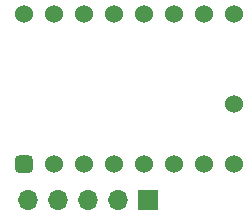
<source format=gbr>
%TF.GenerationSoftware,KiCad,Pcbnew,5.1.9*%
%TF.CreationDate,2021-04-27T18:09:34-07:00*%
%TF.ProjectId,SPI_Extender,5350495f-4578-4746-956e-6465722e6b69,rev?*%
%TF.SameCoordinates,Original*%
%TF.FileFunction,Soldermask,Top*%
%TF.FilePolarity,Negative*%
%FSLAX46Y46*%
G04 Gerber Fmt 4.6, Leading zero omitted, Abs format (unit mm)*
G04 Created by KiCad (PCBNEW 5.1.9) date 2021-04-27 18:09:34*
%MOMM*%
%LPD*%
G01*
G04 APERTURE LIST*
%ADD10C,1.524000*%
%ADD11O,1.700000X1.700000*%
%ADD12R,1.700000X1.700000*%
G04 APERTURE END LIST*
D10*
%TO.C,U1*%
X162200000Y-104930000D03*
X144420000Y-97310000D03*
X146960000Y-97310000D03*
X149500000Y-97310000D03*
X152040000Y-97310000D03*
X154580000Y-97310000D03*
X157120000Y-97310000D03*
X159660000Y-97310000D03*
X162200000Y-97310000D03*
X162200000Y-110010000D03*
X159660000Y-110010000D03*
X157120000Y-110010000D03*
X154580000Y-110010000D03*
X152040000Y-110010000D03*
X149500000Y-110010000D03*
X146960000Y-110010000D03*
G36*
G01*
X143658000Y-110391000D02*
X143658000Y-109629000D01*
G75*
G02*
X144039000Y-109248000I381000J0D01*
G01*
X144801000Y-109248000D01*
G75*
G02*
X145182000Y-109629000I0J-381000D01*
G01*
X145182000Y-110391000D01*
G75*
G02*
X144801000Y-110772000I-381000J0D01*
G01*
X144039000Y-110772000D01*
G75*
G02*
X143658000Y-110391000I0J381000D01*
G01*
G37*
%TD*%
D11*
%TO.C,J1*%
X144780000Y-113030000D03*
X147320000Y-113030000D03*
X149860000Y-113030000D03*
X152400000Y-113030000D03*
D12*
X154940000Y-113030000D03*
%TD*%
M02*

</source>
